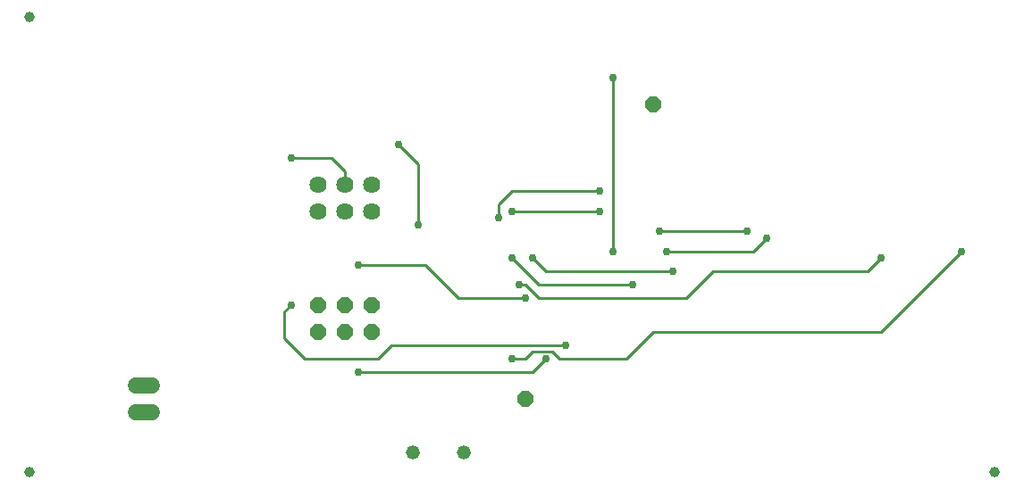
<source format=gbr>
G04 EAGLE Gerber RS-274X export*
G75*
%MOMM*%
%FSLAX34Y34*%
%LPD*%
%INBottom Copper*%
%IPPOS*%
%AMOC8*
5,1,8,0,0,1.08239X$1,22.5*%
G01*
%ADD10C,1.625600*%
%ADD11P,1.649562X8X22.500000*%
%ADD12C,1.524000*%
%ADD13P,1.649562X8X292.500000*%
%ADD14C,1.320800*%
%ADD15C,1.000000*%
%ADD16C,0.756400*%
%ADD17C,0.254000*%


D10*
X330200Y279400D03*
X330200Y304800D03*
X304800Y304800D03*
X304800Y279400D03*
X355600Y279400D03*
X355600Y304800D03*
D11*
X304800Y190500D03*
X304800Y165100D03*
X330200Y190500D03*
X330200Y165100D03*
X355600Y190500D03*
X355600Y165100D03*
D12*
X147320Y88900D02*
X132080Y88900D01*
X132080Y114300D02*
X147320Y114300D01*
D11*
X622300Y381000D03*
D13*
X501650Y101600D03*
D14*
X394970Y50800D03*
X443230Y50800D03*
D15*
X31750Y463550D03*
X31750Y31750D03*
X946150Y31750D03*
D16*
X400050Y266700D03*
D17*
X400050Y323850D01*
X381000Y342900D01*
D16*
X381000Y342900D03*
X488950Y279400D03*
D17*
X571500Y279400D01*
D16*
X571500Y279400D03*
X476250Y273050D03*
D17*
X476250Y285750D01*
X488950Y298450D02*
X571500Y298450D01*
D16*
X571500Y298450D03*
D17*
X488950Y298450D02*
X476250Y285750D01*
D16*
X508000Y234950D03*
D17*
X520700Y222250D01*
X641350Y222250D01*
D16*
X641350Y222250D03*
X488950Y234950D03*
D17*
X514350Y209550D01*
X603250Y209550D01*
D16*
X603250Y209550D03*
X635000Y241300D03*
D17*
X717550Y241300D01*
X730250Y254000D01*
D16*
X730250Y254000D03*
X628650Y260350D03*
D17*
X711200Y260350D01*
D16*
X711200Y260350D03*
X495300Y209550D03*
D17*
X501650Y209550D01*
X654050Y196850D02*
X679450Y222250D01*
X825500Y222250D01*
X838200Y234950D01*
D16*
X838200Y234950D03*
D17*
X514350Y196850D02*
X501650Y209550D01*
X514350Y196850D02*
X654050Y196850D01*
D16*
X539750Y152400D03*
D17*
X374650Y152400D01*
X361950Y139700D01*
X292100Y139700D01*
X273050Y158750D01*
X273050Y184150D01*
X279400Y190500D01*
D16*
X279400Y190500D03*
X342900Y228600D03*
D17*
X406400Y228600D01*
X438150Y196850D01*
X501650Y196850D01*
D16*
X501650Y196850D03*
X279400Y330200D03*
D17*
X317500Y330200D01*
X330200Y317500D01*
X330200Y304800D01*
D16*
X342900Y127000D03*
D17*
X508000Y127000D01*
X520700Y139700D01*
D16*
X520700Y139700D03*
X488950Y139700D03*
D17*
X501650Y139700D01*
X508226Y146276D02*
X526824Y146276D01*
X533400Y139700D01*
X596900Y139700D01*
X838200Y165100D02*
X914400Y241300D01*
D16*
X914400Y241300D03*
D17*
X508226Y146276D02*
X501650Y139700D01*
X596900Y139700D02*
X622300Y165100D01*
X838200Y165100D01*
D16*
X584200Y406400D03*
D17*
X584200Y241300D01*
D16*
X584200Y241300D03*
M02*

</source>
